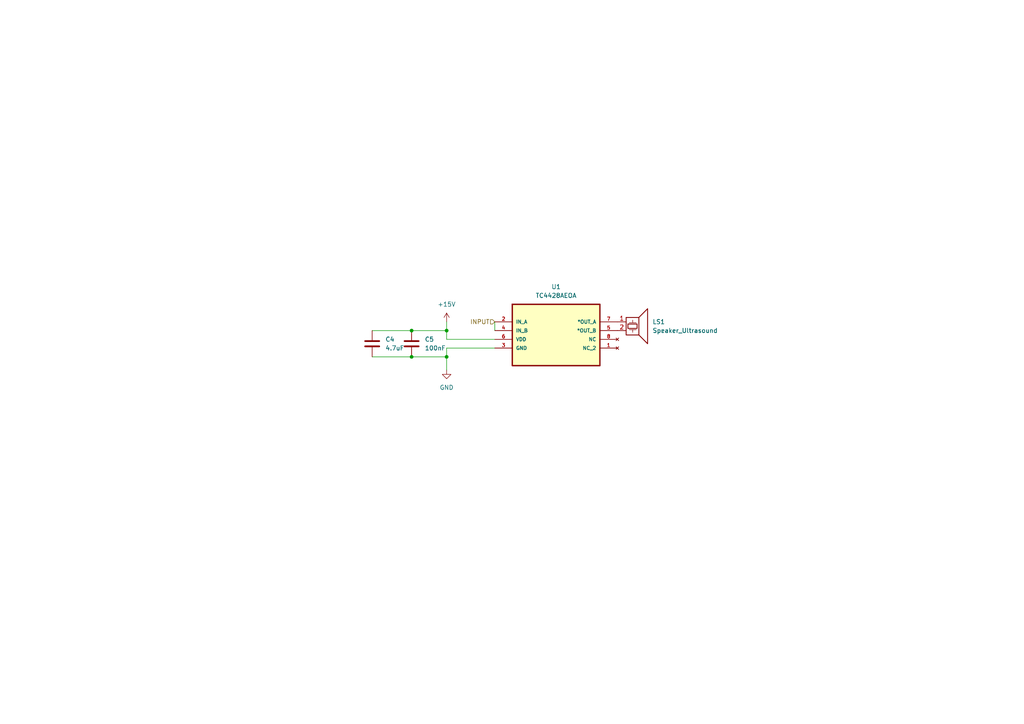
<source format=kicad_sch>
(kicad_sch (version 20211123) (generator eeschema)
  (paper "A4")
  (lib_symbols
    (symbol "Device:C" (pin_numbers hide) (pin_names (offset 0.254))
      (property "Reference" "C" (at 0.635 2.54 0))
      (property "Value" "C" (at 0.635 -2.54 0))
      (symbol "C_0_1"
        (polyline (pts (xy -2.032 -0.762) (xy 2.032 -0.762)) (stroke (width 0.508)))
        (polyline (pts (xy -2.032 0.762) (xy 2.032 0.762)) (stroke (width 0.508)))
      )
      (symbol "C_1_1"
        (pin passive line (at 0 3.81 270) (length 2.794) (name "~") (number "1"))
        (pin passive line (at 0 -3.81 90) (length 2.794) (name "~") (number "2"))
      )
    )
    (symbol "Device:Speaker_Ultrasound" (pin_names (offset 0) hide)
      (property "Reference" "LS" (at 0.635 5.715 0))
      (property "Value" "Speaker_Ultrasound" (at 0.635 3.81 0))
      (symbol "Speaker_Ultrasound_0_0"
        (rectangle (start -2.54 1.27) (end 1.143 -3.81) (stroke (width 0.254)))
        (rectangle (start -2.032 -0.635) (end 0.635 -1.905) (stroke (width 0.254)))
        (polyline (pts (xy -1.651 -2.286) (xy 0.381 -2.286)))
        (polyline (pts (xy -1.651 -0.254) (xy 0.381 -0.254)))
        (polyline (pts (xy -0.635 -2.286) (xy -0.635 -3.048)))
        (polyline (pts (xy -0.635 -0.254) (xy -0.635 0.508)))
        (polyline (pts (xy 1.143 1.27) (xy 3.683 3.81) (xy 3.683 -6.35) (xy 1.143 -3.81)) (stroke (width 0.254)))
      )
      (symbol "Speaker_Ultrasound_1_1"
        (pin input line (at -5.08 0 0) (length 2.54) (name "1") (number "1"))
        (pin input line (at -5.08 -2.54 0) (length 2.54) (name "2") (number "2"))
      )
    )
    (symbol "TC4428AEOA:TC4428AEOA" (pin_names (offset 1.016))
      (property "Reference" "U" (at -4.5974 6.4262 0))
      (property "Value" "TC4428AEOA" (at -6.35 -15.3162 0))
      (symbol "TC4428AEOA_0_0"
        (rectangle (start -12.7 -12.7) (end 12.7 5.08) (stroke (width 0.4064)) (fill (type background)))
        (pin no_connect line (at 17.78 -7.62 180) (length 5.08) (name "NC_2") (number "1"))
        (pin input line (at -17.78 0 0) (length 5.08) (name "IN_A") (number "2"))
        (pin passive line (at -17.78 -7.62 0) (length 5.08) (name "GND") (number "3"))
        (pin input line (at -17.78 -2.54 0) (length 5.08) (name "IN_B") (number "4"))
        (pin output line (at 17.78 -2.54 180) (length 5.08) (name "*OUT_B") (number "5"))
        (pin power_in line (at -17.78 -5.08 0) (length 5.08) (name "VDD") (number "6"))
        (pin output line (at 17.78 0 180) (length 5.08) (name "*OUT_A") (number "7"))
        (pin no_connect line (at 17.78 -5.08 180) (length 5.08) (name "NC") (number "8"))
      )
    )
    (symbol "power:+15V" (power) (pin_names (offset 0))
      (property "Value" "+15V" (at 0 3.556 0))
      (symbol "+15V_0_1"
        (polyline (pts (xy -0.762 1.27) (xy 0 2.54)))
        (polyline (pts (xy 0 0) (xy 0 2.54)))
        (polyline (pts (xy 0 2.54) (xy 0.762 1.27)))
      )
      (symbol "+15V_1_1"
        (pin power_in line (at 0 0 90) (length 0) hide (name "+15V") (number "1"))
      )
    )
    (symbol "power:GND" (power) (pin_names (offset 0))
      (property "Value" "GND" (at 0 -3.81 0))
      (symbol "GND_0_1"
        (polyline (pts (xy 0 0) (xy 0 -1.27) (xy 1.27 -1.27) (xy 0 -2.54) (xy -1.27 -1.27) (xy 0 -1.27)))
      )
      (symbol "GND_1_1"
        (pin power_in line (at 0 0 270) (length 0) hide (name "GND") (number "1"))
      )
    )
  )
  (junction (at 119.38 103.505))
  (junction (at 129.54 103.505))
  (junction (at 129.54 95.885))
  (junction (at 119.38 95.885))
  (wire (pts (xy 107.95 103.505) (xy 119.38 103.505)))
  (wire (pts (xy 143.51 93.345) (xy 143.51 95.885)))
  (wire (pts (xy 129.54 98.425) (xy 129.54 95.885)))
  (wire (pts (xy 129.54 103.505) (xy 129.54 107.315)))
  (wire (pts (xy 107.95 95.885) (xy 119.38 95.885)))
  (wire (pts (xy 129.54 95.885) (xy 129.54 93.345)))
  (wire (pts (xy 143.51 100.965) (xy 129.54 100.965)))
  (wire (pts (xy 119.38 103.505) (xy 129.54 103.505)))
  (wire (pts (xy 143.51 98.425) (xy 129.54 98.425)))
  (wire (pts (xy 129.54 100.965) (xy 129.54 103.505)))
  (wire (pts (xy 119.38 95.885) (xy 129.54 95.885)))
  (hierarchical_label "INPUT" (shape input) (at 143.51 93.345 180))
  (symbol (lib_id "TC4428AEOA:TC4428AEOA") (at 161.29 93.345 0) (unit 1)
    (property "Reference" "U1" (at 161.29 83.185 0))
    (property "Value" "TC4428AEOA" (at 161.29 85.725 0))
    (property "Footprint" "TC4428AEOA:SOIC127P600X175-8N" (effects hide))
    (property "SUPPLIER" "Microchip" (effects hide))
    (property "OC_FARNELL" "1332312" (effects hide))
    (property "MPN" "TC4428AEOA" (effects hide))
    (property "OC_NEWARK" "34M8781" (effects hide))
    (property "PACKAGE" "SOIC-8" (effects hide))
  )
  (symbol (lib_id "power:GND") (at 129.54 107.315 0) (unit 1)
    (property "Reference" "#PWR012" (effects hide))
    (property "Value" "GND" (at 129.54 112.395 0))
  )
  (symbol (lib_id "Device:C") (at 119.38 99.695 0) (unit 1)
    (property "Reference" "C5" (at 123.19 98.4249 0) (effects (justify left)))
    (property "Value" "100nF" (at 123.19 100.9649 0) (effects (justify left)))
    (property "Footprint" "Capacitor_SMD:C_0603_1608Metric" (effects hide))
  )
  (symbol (lib_id "Device:Speaker_Ultrasound") (at 184.15 93.345 0) (unit 1)
    (property "Reference" "LS1" (at 189.23 93.3449 0) (effects (justify left)))
    (property "Value" "Speaker_Ultrasound" (at 189.23 95.8849 0) (effects (justify left)))
    (property "Footprint" "MA40S4R:XDCR_MA40S4R" (effects hide))
  )
  (symbol (lib_id "Device:C") (at 107.95 99.695 0) (unit 1)
    (property "Reference" "C4" (at 111.76 98.4249 0) (effects (justify left)))
    (property "Value" "4.7uF" (at 111.76 100.9649 0) (effects (justify left)))
    (property "Footprint" "Capacitor_SMD:C_0805_2012Metric" (effects hide))
  )
  (symbol (lib_id "power:+15V") (at 129.54 93.345 0) (unit 1)
    (property "Reference" "#PWR011" (effects hide))
    (property "Value" "+15V" (at 129.54 88.265 0))
  )
)
</source>
